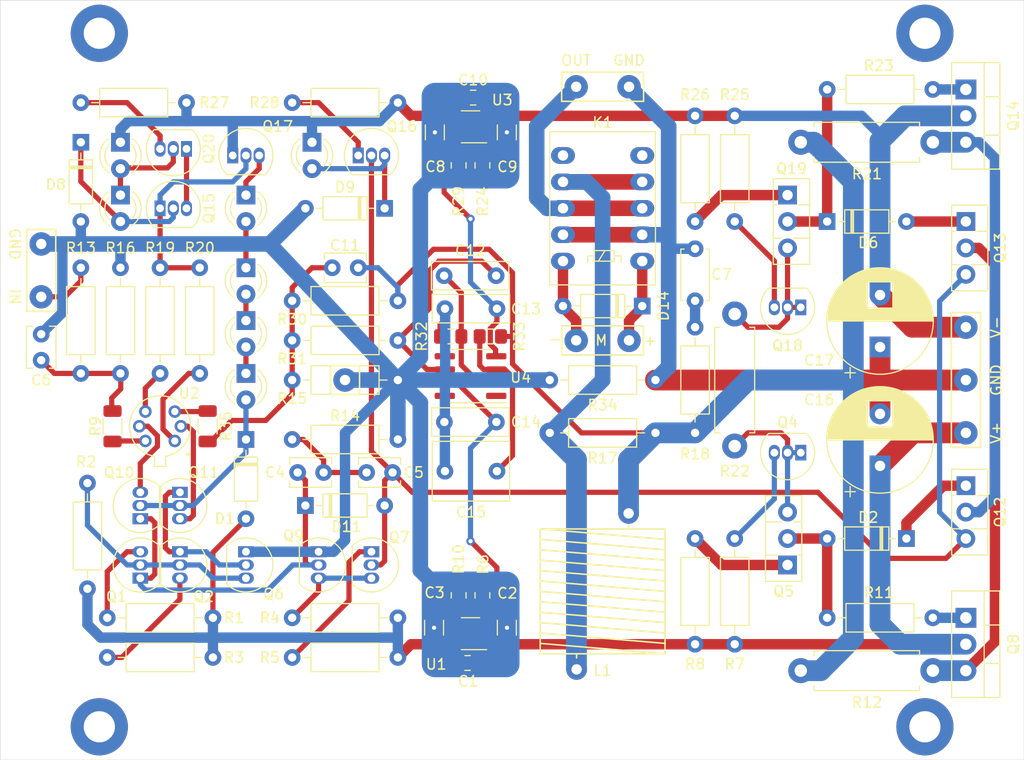
<source format=kicad_pcb>
(kicad_pcb (version 20241229) (generator "pcbnew") (generator_version "9.0")
  (layers (0 "F.Cu" signal) (2 "B.Cu" signal) (13 "F.Paste" user) (15 "B.Paste" user) (5 "F.SilkS" user "F.Silkscreen") (7 "B.SilkS" user "B.Silkscreen") (1 "F.Mask" user) (3 "B.Mask" user) (25 "Edge.Cuts" user))
  (net 0 "")
  (net 1 "GND")
  (net 2 "Net-(D1-Pad1)")
  (net 3 "Net-(D3-Pad1)")
  (net 4 "Net-(D4-Pad1)")
  (net 5 "Net-(D5-Pad1)")
  (net 6 "Net-(D6-Pad1)")
  (net 7 "Net-(Q1-Pad2)")
  (net 8 "Net-(Q11-Pad1)")
  (net 9 "Net-(Q4-Pad3)")
  (net 10 "Net-(Q5-Pad1)")
  (net 11 "Net-(Q7-Pad1)")
  (net 12 "Net-(Q7-Pad3)")
  (net 13 "Net-(Q8-Pad1)")
  (net 14 "Net-(Q10-Pad3)")
  (net 15 "Net-(D2-Pad1)")
  (net 16 "Net-(Q11-Pad3)")
  (net 17 "Net-(D2-Pad2)")
  (net 18 "Net-(Q15-Pad1)")
  (net 19 "Net-(Q18-Pad3)")
  (net 20 "Net-(Q20-Pad3)")
  (net 21 "Net-(C5-Pad1)")
  (net 22 "Net-(C1-Pad1)")
  (net 23 "Net-(C4-Pad1)")
  (net 24 "Net-(R19-Pad1)")
  (net 25 "Vreg+")
  (net 26 "Net-(C4-Pad2)")
  (net 27 "Net-(C6-Pad1)")
  (net 28 "Net-(C7-Pad1)")
  (net 29 "Vreg-")
  (net 30 "Net-(C10-Pad1)")
  (net 31 "Net-(C11-Pad2)")
  (net 32 "Net-(C11-Pad1)")
  (net 33 "Net-(C12-Pad2)")
  (net 34 "Net-(C12-Pad1)")
  (net 35 "Net-(C15-Pad1)")
  (net 36 "Net-(D6-Pad2)")
  (net 37 "Net-(D7-Pad1)")
  (net 38 "Net-(D10-Pad2)")
  (net 39 "Net-(D10-Pad1)")
  (net 40 "Net-(Q4-Pad1)")
  (net 41 "Net-(Q14-Pad1)")
  (net 42 "Net-(Q15-Pad3)")
  (net 43 "Net-(Q18-Pad1)")
  (net 44 "Net-(Q19-Pad1)")
  (net 45 "Net-(R10-Pad1)")
  (net 46 "Net-(R20-Pad1)")
  (net 47 "Net-(R24-Pad2)")
  (net 48 "Net-(U4-Pad5)")
  (net 49 "Net-(U4-Pad1)")
  (net 50 "Net-(Q13-Pad2)")
  (net 51 "Net-(Q12-Pad2)")
  (net 52 "Vin+")
  (net 53 "GNDREF")
  (net 54 "Vin-")
  (net 55 "Net-(J2-Pad1)")
  (net 56 "Net-(J3-Pad1)")
  (net 57 "Net-(K1-Pad4)")
  (net 58 "Net-(D14-Pad2)")
  (net 59 "Net-(D14-Pad1)")
  (net 60 "Net-(K1-Pad6)")
  (net 61 "Net-(K1-Pad5)")
  (net 62 "Net-(Q1-Pad3)")
  (net 63 "Net-(Q2-Pad3)")
  (net 64 "Net-(Q16-Pad1)")
  (net 65 "Net-(D13-Pad2)")
  (net 66 "Net-(R9-Pad1)")
  (net 67 "Net-(R35-Pad2)")
  (footprint "Resistor_SMD:R_0805_2012Metric_Pad1.15x1.40mm_HandSolder" (layer "F.Cu") (at 133.985 102.489 180)
    (property "Reference" "R33")
    (property "Value" "1M")
  )
  (footprint "Relay_THT:Relay_DPDT_Omron_G6H-2" (layer "F.Cu") (at 148.59 95.25 180)
    (property "Reference" "K1")
    (property "Value" "G6H-2")
  )
  (footprint "Resistor_THT:R_Axial_DIN0207_L6.3mm_D2.5mm_P10.16mm_Horizontal" (layer "F.Cu") (at 149.86 106.68 180)
    (property "Reference" "R34")
    (property "Value" "10R")
  )
  (footprint "Diode_THT:D_DO-35_SOD27_P7.62mm_Horizontal" (layer "F.Cu") (at 148.59 99.568 180)
    (property "Reference" "D14")
    (property "Value" "1N4148")
  )
  (footprint "HP_Footprints:2-pad-wire-connector-22-ga" (layer "F.Cu") (at 147.32 102.87 180)
    (property "Reference" "J4" (hide yes))
    (property "Value" "Mute")
  )
  (footprint "HP_Footprints:2-pad-wire-connector-22-ga" (layer "F.Cu") (at 142.24 78.486)
    (property "Reference" "J3" (hide yes))
    (property "Value" "Output")
  )
  (footprint "Capacitor_THT:C_Disc_D4.7mm_W2.5mm_P5.00mm" (layer "F.Cu") (at 153.67 99.06 90)
    (property "Reference" "C7")
    (property "Value" "0.01uF")
  )
  (footprint "Package_TO_SOT_THT:TO-92_Inline" (layer "F.Cu") (at 110.49 123.19 -90)
    (property "Reference" "Q6")
    (property "Value" "BC560C")
  )
  (footprint "Package_TO_SOT_THT:TO-126-3_Vertical" (layer "F.Cu") (at 162.56 124.46 90)
    (property "Reference" "Q5")
    (property "Value" "TTA004B")
  )
  (footprint "Package_TO_SOT_THT:TO-92_Inline" (layer "F.Cu") (at 163.83 113.665 180)
    (property "Reference" "Q4")
    (property "Value" "BC560C")
  )
  (footprint "Package_TO_SOT_THT:TO-92_Inline" (layer "F.Cu") (at 122.555 123.19 -90)
    (property "Reference" "Q7")
    (property "Value" "KSA992")
  )
  (footprint "Package_TO_SOT_THT:TO-92_Inline" (layer "F.Cu") (at 163.83 99.695 180)
    (property "Reference" "Q18")
    (property "Value" "BC550C")
  )
  (footprint "LED_THT:LED_D3.0mm" (layer "F.Cu") (at 110.49 88.9 -90)
    (property "Reference" "D7" (hide yes))
    (property "Value" "Green")
  )
  (footprint "Package_TO_SOT_THT:TO-92_Inline" (layer "F.Cu") (at 109.22 85.09)
    (property "Reference" "Q17")
    (property "Value" "BC560C")
  )
  (footprint "Resistor_THT:R_Axial_DIN0207_L6.3mm_D2.5mm_P10.16mm_Horizontal" (layer "F.Cu") (at 114.935 106.68)
    (property "Reference" "R15")
    (property "Value" "1K")
  )
  (footprint "Resistor_THT:R_Axial_DIN0207_L6.3mm_D2.5mm_P10.16mm_Horizontal" (layer "F.Cu") (at 98.425 106.045 90)
    (property "Reference" "R16")
    (property "Value" "332K")
  )
  (footprint "Resistor_THT:R_Axial_DIN0207_L6.3mm_D2.5mm_P10.16mm_Horizontal" (layer "F.Cu") (at 153.67 111.76 90)
    (property "Reference" "R18")
    (property "Value" "33R2")
  )
  (footprint "Resistor_THT:R_Axial_DIN0207_L6.3mm_D2.5mm_P10.16mm_Horizontal" (layer "F.Cu") (at 157.48 132.08 90)
    (property "Reference" "R7")
    (property "Value" "100R")
  )
  (footprint "Resistor_THT:R_Axial_DIN0207_L6.3mm_D2.5mm_P10.16mm_Horizontal" (layer "F.Cu") (at 125.095 133.35 180)
    (property "Reference" "R5")
    (property "Value" "47R")
  )
  (footprint "Resistor_THT:R_Axial_DIN0207_L6.3mm_D2.5mm_P10.16mm_Horizontal" (layer "F.Cu") (at 139.7 111.76)
    (property "Reference" "R17")
    (property "Value" "10R")
  )
  (footprint "Resistor_THT:R_Axial_DIN0207_L6.3mm_D2.5mm_P10.16mm_Horizontal" (layer "F.Cu") (at 102.235 106.045 90)
    (property "Reference" "R19")
    (property "Value" "100R")
  )
  (footprint "Resistor_THT:R_Axial_DIN0207_L6.3mm_D2.5mm_P10.16mm_Horizontal" (layer "F.Cu") (at 153.67 91.44 90)
    (property "Reference" "R26")
    (property "Value" "100R")
  )
  (footprint "Resistor_THT:R_Axial_DIN0207_L6.3mm_D2.5mm_P10.16mm_Horizontal" (layer "F.Cu") (at 157.48 91.44 90)
    (property "Reference" "R25")
    (property "Value" "100R")
  )
  (footprint "Resistor_THT:R_Axial_DIN0207_L6.3mm_D2.5mm_P10.16mm_Horizontal" (layer "F.Cu") (at 94.615 106.045 90)
    (property "Reference" "R13")
    (property "Value" "3.32K")
  )
  (footprint "Resistor_THT:R_Axial_DIN0207_L6.3mm_D2.5mm_P10.16mm_Horizontal" (layer "F.Cu") (at 153.67 132.08 90)
    (property "Reference" "R8")
    (property "Value" "100R")
  )
  (footprint "Package_TO_SOT_THT:TO-126-3_Vertical" (layer "F.Cu") (at 162.56 88.9 -90)
    (property "Reference" "Q19")
    (property "Value" "TTC004B")
  )
  (footprint "Capacitor_THT:C_Disc_D3.8mm_W2.6mm_P2.50mm" (layer "F.Cu") (at 90.805 104.775 90)
    (property "Reference" "C6")
    (property "Value" "56pF")
  )
  (footprint "Capacitor_THT:C_Disc_D3.8mm_W2.6mm_P2.50mm" (layer "F.Cu") (at 121.285 95.885 180)
    (property "Reference" "C11")
    (property "Value" "10pF")
  )
  (footprint "Resistor_THT:R_Axial_DIN0207_L6.3mm_D2.5mm_P10.16mm_Horizontal" (layer "F.Cu") (at 114.935 80.01)
    (property "Reference" "R28")
    (property "Value" "221R")
  )
  (footprint "Diode_THT:D_DO-35_SOD27_P7.62mm_Horizontal" (layer "F.Cu") (at 166.37 91.44)
    (property "Reference" "D6")
    (property "Value" "1N4148")
  )
  (footprint "LED_THT:LED_D3.0mm" (layer "F.Cu") (at 116.84 83.82 -90)
    (property "Reference" "D13" (hide yes))
    (property "Value" "Red")
  )
  (footprint "Resistor_THT:R_Axial_DIN0207_L6.3mm_D2.5mm_P10.16mm_Horizontal" (layer "F.Cu") (at 176.53 129.54 180)
    (property "Reference" "R11")
    (property "Value" "100R")
  )
  (footprint "Resistor_THT:R_Axial_DIN0207_L6.3mm_D2.5mm_P10.16mm_Horizontal" (layer "F.Cu") (at 176.53 78.74 180)
    (property "Reference" "R23")
    (property "Value" "100R")
  )
  (footprint "Package_TO_SOT_THT:TO-220-3_Vertical" (layer "F.Cu") (at 179.705 129.54 -90)
    (property "Reference" "Q8")
    (property "Value" "D44H11")
  )
  (footprint "Package_TO_SOT_THT:TO-126-3_Vertical" (layer "F.Cu") (at 179.705 91.44 -90)
    (property "Reference" "Q13")
    (property "Value" "TTC004B")
  )
  (footprint "Resistor_THT:R_Axial_DIN0207_L6.3mm_D2.5mm_P10.16mm_Horizontal" (layer "F.Cu") (at 106.045 106.045 90)
    (property "Reference" "R20")
    (property "Value" "100R")
  )
  (footprint "Resistor_THT:R_Axial_DIN0207_L6.3mm_D2.5mm_P10.16mm_Horizontal" (layer "F.Cu") (at 125.095 99.06 180)
    (property "Reference" "R30")
    (property "Value" "2K")
  )
  (footprint "Capacitor_THT:CP_Radial_D10.0mm_P5.00mm" (layer "F.Cu") (at 171.45 103.505 90)
    (property "Reference" "C17")
    (property "Value" "220uF")
  )
  (footprint "Package_TO_SOT_THT:TO-126-3_Vertical" (layer "F.Cu") (at 179.705 116.84 -90)
    (property "Reference" "Q12")
    (property "Value" "TTA004B")
  )
  (footprint "Resistor_THT:R_Axial_DIN0411_L9.9mm_D3.6mm_P12.70mm_Horizontal" (layer "F.Cu") (at 176.53 134.62 180)
    (property "Reference" "R12")
    (property "Value" "3R9 2W")
  )
  (footprint "HP_Footprints:3-pad-wire-connector-22-ga" (layer "F.Cu") (at 179.705 111.76 90)
    (property "Reference" "J1" (hide yes))
    (property "Value" "Power")
  )
  (footprint "Resistor_THT:R_Axial_DIN0411_L9.9mm_D3.6mm_P12.70mm_Horizontal" (layer "F.Cu") (at 163.83 83.82)
    (property "Reference" "R21")
    (property "Value" "3R9 2W")
  )
  (footprint "Resistor_THT:R_Axial_DIN0207_L6.3mm_D2.5mm_P10.16mm_Horizontal" (layer "F.Cu") (at 114.935 102.87)
    (property "Reference" "R31")
    (property "Value" "20K")
  )
  (footprint "Package_TO_SOT_THT:TO-92_Inline" (layer "F.Cu") (at 121.285 85.09)
    (property "Reference" "Q16")
    (property "Value" "KSC1845")
  )
  (footprint "Resistor_THT:R_Axial_DIN0411_L9.9mm_D3.6mm_P12.70mm_Horizontal" (layer "F.Cu") (at 157.48 113.03 90)
    (property "Reference" "R22")
    (property "Value" "3.3K 2W")
  )
  (footprint "HP_Footprints:HPA-Output-Coil" (layer "F.Cu") (at 144.78 127 90)
    (property "Reference" "L1")
    (property "Value" "1uH")
  )
  (footprint "Package_TO_SOT_THT:TO-92_Inline" (layer "F.Cu") (at 100.33 125.73 90)
    (property "Reference" "Q1")
    (property "Value" "BC560C")
  )
  (footprint "Package_TO_SOT_THT:TO-92_Inline" (layer "F.Cu") (at 104.14 123.19 -90)
    (property "Reference" "Q2")
    (property "Value" "BC560C")
  )
  (footprint "Resistor_THT:R_Axial_DIN0207_L6.3mm_D2.5mm_P10.16mm_Horizontal" (layer "F.Cu") (at 95.25 126.746 90)
    (property "Reference" "R2")
    (property "Value" "2.2K")
  )
  (footprint "Resistor_THT:R_Axial_DIN0207_L6.3mm_D2.5mm_P10.16mm_Horizontal" (layer "F.Cu") (at 107.315 129.54 180)
    (property "Reference" "R1")
    (property "Value" "221R")
  )
  (footprint "Resistor_THT:R_Axial_DIN0207_L6.3mm_D2.5mm_P10.16mm_Horizontal" (layer "F.Cu") (at 107.315 133.35 180)
    (property "Reference" "R3")
    (property "Value" "221R")
  )
  (footprint "Diode_THT:D_DO-35_SOD27_P7.62mm_Horizontal" (layer "F.Cu") (at 94.615 83.82 -90)
    (property "Reference" "D8")
    (property "Value" "4.5mA")
  )
  (footprint "Resistor_THT:R_Axial_DIN0207_L6.3mm_D2.5mm_P10.16mm_Horizontal" (layer "F.Cu") (at 94.615 80.01)
    (property "Reference" "R27")
    (property "Value" "221R")
  )
  (footprint "LED_THT:LED_D3.0mm" (layer "F.Cu") (at 110.49 100.965 -90)
    (property "Reference" "D4" (hide yes))
    (property "Value" "Green")
  )
  (footprint "LED_THT:LED_D3.0mm" (layer "F.Cu") (at 110.49 106.045 -90)
    (property "Reference" "D3" (hide yes))
    (property "Value" "Green")
  )
  (footprint "Package_TO_SOT_THT:TO-92_Inline" (layer "F.Cu") (at 100.33 120.015 90)
    (property "Reference" "Q10")
    (property "Value" "BC549C")
  )
  (footprint "Diode_THT:D_DO-35_SOD27_P7.62mm_Horizontal" (layer "F.Cu") (at 110.49 112.395 -90)
    (property "Reference" "D1")
    (property "Value" "4.5mA")
  )
  (footprint "Diode_THT:D_DO-35_SOD27_P7.62mm_Horizontal" (layer "F.Cu") (at 123.825 90.17 180)
    (property "Reference" "D9")
    (property "Value" "4.5mA")
  )
  (footprint "Resistor_THT:R_Axial_DIN0207_L6.3mm_D2.5mm_P10.16mm_Horizontal" (layer "F.Cu") (at 125.095 129.54 180)
    (property "Reference" "R4")
    (property "Value" "2.2K")
  )
  (footprint "Resistor_THT:R_Axial_DIN0207_L6.3mm_D2.5mm_P10.16mm_Horizontal" (layer "F.Cu") (at 114.935 112.395)
    (property "Reference" "R14")
    (property "Value" "332R")
  )
  (footprint "Package_TO_SOT_THT:TO-92_Inline" (layer "F.Cu") (at 117.475 123.19 -90)
    (property "Reference" "Q9")
    (property "Value" "BC560C")
  )
  (footprint "Resistor_SMD:R_0805_2012Metric_Pad1.15x1.40mm_HandSolder" (layer "F.Cu") (at 130.175 102.489)
    (property "Reference" "R32")
    (property "Value" "1M")
  )
  (footprint "Capacitor_THT:C_Rect_L7.2mm_W2.5mm_P5.00mm_FKS2_FKP2_MKS2_MKP2" (layer "F.Cu") (at 129.54 96.647)
    (property "Reference" "C12")
    (property "Value" "150nF")
  )
  (footprint "Resistor_SMD:R_1206_3216Metric" (layer "F.Cu") (at 97.663 111.125 90)
    (property "Reference" "R9")
    (property "Value" "47R")
  )
  (footprint "HP_Footprints:1-pad-wire-connector-22-ga" (layer "F.Cu") (at 120.015 106.68)
    (property "Reference" "J5" (hide yes))
    (property "Value" "Conn_01x01_Male")
  )
  (footprint "Resistor_SMD:R_1206_3216Metric" (layer "F.Cu") (at 106.807 111.125 90)
    (property "Reference" "R35")
    (property "Value" "47R")
  )
  (footprint "HP_Footprints:2-pad-wire-connector-22-ga" (layer "F.Cu") (at 90.805 98.679 90)
    (property "Reference" "J2" (hide yes))
    (property "Value" "Input")
  )
  (footprint "Package_TO_SOT_THT:TO-92_Inline" (layer "F.Cu") (at 102.235 90.17)
    (property "Reference" "Q15")
    (property "Value" "BC549C")
  )
  (footprint "Capacitor_SMD:C_0805_2012Metric_Pad1.15x1.40mm_HandSolder" (layer "F.Cu") (at 132.334 79.5274 180)
    (property "Reference" "C10")
    (property "Value" "10nF")
  )
  (footprint "Resistor_SMD:R_0805_2012Metric_Pad1.15x1.40mm_HandSolder" (layer "F.Cu") (at 133.223 86.0425 90)
    (property "Reference" "R24")
    (property "Value" "2.21K")
  )
  (footprint "Resistor_SMD:R_0805_2012Metric_Pad1.15x1.40mm_HandSolder" (layer "F.Cu") (at 130.937 86.0425 90)
    (property "Reference" "R29")
    (property "Value" "24.9K")
  )
  (footprint "Package_TO_SOT_SMD:TSOT-23-5" (layer "F.Cu") (at 132.08 82.3595 180)
    (property "Reference" "U3")
    (property "Value" "LT1964-BYP")
  )
  (footprint "Capacitor_SMD:C_1206_3216Metric_Pad1.33x1.80mm_HandSolder" (layer "F.Cu") (at 128.651 82.8675 90)
    (property "Reference" "C8")
    (property "Value" "10uF")
  )
  (footprint "LED_THT:LED_D3.0mm" (layer "F.Cu") (at 98.425 88.9 -90)
    (property "Reference" "D10" (hide yes))
    (property "Value" "Red")
  )
  (footprint "LED_THT:LED_D3.0mm" (layer "F.Cu") (at 98.425 83.82 -90)
    (property "Reference" "D12" (hide yes))
    (property "Value" "Red")
  )
  (footprint "Package_SO:SOIC-8_3.9x4.9mm_P1.27mm" (layer "F.Cu") (at 132.08 106.299 180)
    (property "Reference" "U4")
    (property "Value" "ADA4627-1")
  )
  (footprint "Capacitor_SMD:C_1206_3216Metric_Pad1.33x1.80mm_HandSolder" (layer "F.Cu") (at 135.5725 82.8675 -90)
    (property "Reference" "C9")
    (property "Value" "1uF")
  )
  (footprint "HP_Footprints:TO-71-6" (layer "F.Cu") (at 102.235 111.125 135)
    (property "Reference" "U2")
    (property "Value" "2N5564")
  )
  (footprint "Package_TO_SOT_THT:TO-92_Inline" (layer "F.Cu") (at 104.775 84.455 180)
    (property "Reference" "Q20")
    (property "Value" "BC549C")
  )
  (footprint "Package_TO_SOT_THT:TO-92_Inline" (layer "F.Cu") (at 104.14 117.475 -90)
    (property "Reference" "Q11")
    (property "Value" "BC549C")
  )
  (footprint "Capacitor_SMD:C_1206_3216Metric_Pad1.33x1.80mm_HandSolder" (layer "F.Cu") (at 135.5725 130.4925 90)
    (property "Reference" "C2")
    (property "Value" "1uF")
  )
  (footprint "Resistor_SMD:R_0805_2012Metric_Pad1.15x1.40mm_HandSolder" (layer "F.Cu") (at 133.223 127.381 90)
    (property "Reference" "R6")
    (property "Value" "24.9K")
  )
  (footprint "Capacitor_SMD:C_0805_2012Metric_Pad1.15x1.40mm_HandSolder" (layer "F.Cu") (at 131.8006 133.8834 180)
    (property "Reference" "C1")
    (property "Value" "10nF")
  )
  (footprint "Resistor_SMD:R_0805_2012Metric_Pad1.15x1.40mm_HandSolder" (layer "F.Cu") (at 130.937 127.381 90)
    (property "Reference" "R10")
    (property "Value" "2.21K")
  )
  (footprint "Package_TO_SOT_SMD:TSOT-23-5" (layer "F.Cu") (at 132.08 131.0894 180)
    (property "Reference" "U1")
    (property "Value" "LT1761-BYP")
  )
  (footprint "Capacitor_SMD:C_1206_3216Metric_Pad1.33x1.80mm_HandSolder" (layer "F.Cu") (at 128.5748 130.4925 90)
    (property "Reference" "C3")
    (property "Value" "10uF")
  )
  (footprint "Capacitor_THT:C_Disc_D3.8mm_W2.6mm_P2.50mm" (layer "F.Cu") (at 124.587 115.57 180)
    (property "Reference" "C5")
    (property "Value" "82pF")
  )
  (footprint "Diode_THT:D_DO-35_SOD27_P7.62mm_Horizontal" (layer "F.Cu") (at 116.205 118.745)
    (property "Reference" "D11")
    (property "Value" "BAV21")
  )
  (footprint "LED_THT:LED_D3.0mm" (layer "F.Cu") (at 110.49 95.885 -90)
    (property "Reference" "D5" (hide yes))
    (property "Value" "Green")
  )
  (footprint "Capacitor_THT:C_Disc_D3.8mm_W2.6mm_P2.50mm" (layer "F.Cu") (at 117.9576 115.57 180)
    (property "Reference" "C4")
    (property "Value" "820pF")
  )
  (footprint "Diode_THT:D_DO-35_SOD27_P7.62mm_Horizontal" (layer "F.Cu") (at 173.99 121.92 180)
    (property "Reference" "D2")
    (property "Value" "1N4148")
  )
  (footprint "Package_TO_SOT_THT:TO-220-3_Vertical" (layer "F.Cu") (at 179.705 78.74 -90)
    (property "Reference" "Q14")
    (property "Value" "D45H11")
  )
  (footprint "Capacitor_THT:CP_Radial_D10.0mm_P5.00mm" (layer "F.Cu") (at 171.45 114.935 90)
    (property "Reference" "C16")
    (property "Value" "220uF")
  )
  (footprint "Capacitor_THT:C_Rect_L7.2mm_W2.5mm_P5.00mm_FKS2_FKP2_MKS2_MKP2" (layer "F.Cu") (at 134.62 99.822 180)
    (property "Reference" "C13")
    (property "Value" "150nF")
  )
  (footprint "Capacitor_THT:C_Rect_L7.2mm_W2.5mm_P5.00mm_FKS2_FKP2_MKS2_MKP2" (layer "F.Cu") (at 129.5654 110.7186)
    (property "Reference" "C14")
    (property "Value" "150nF")
  )
  (footprint "Capacitor_THT:C_Rect_L7.2mm_W5.5mm_P5.00mm_FKS2_FKP2_MKS2_MKP2" (layer "F.Cu") (at 134.62 115.443 180)
    (property "Reference" "C15")
    (property "Value" "1uF")
  )
  (gr_line (start 185.293 143.1925) (end 185.293 70.1675) (stroke (width 0.05)) (layer "Edge.Cuts"))
  (gr_line (start 185.293 70.1675) (end 86.868 70.1675) (stroke (width 0.05)) (layer "Edge.Cuts"))
  (gr_line (start 86.868 70.1675) (end 86.868 143.1925) (stroke (width 0.05)) (layer "Edge.Cuts"))
  (gr_line (start 86.868 143.1925) (end 185.293 143.1925) (stroke (width 0.05)) (layer "Edge.Cuts"))
  (gr_text "V+" (at 182.626 111.76 90) (layer "F.SilkS") (effects (font (size 1 1))))
  (gr_text "IN" (at 88.265 98.679 270) (layer "F.SilkS") (effects (font (size 1 1))))
  (gr_text "GND" (at 182.626 106.68 90) (layer "F.SilkS") (effects (font (size 1 1))))
  (gr_text "V-" (at 182.626 101.6 90) (layer "F.SilkS") (effects (font (size 1 1))))
  (gr_text "GND" (at 88.265 93.599 270) (layer "F.SilkS") (effects (font (size 1 1))))
  (gr_text "+" (at 149.352 102.87 0) (layer "F.SilkS") (effects (font (size 1 1))))
  (gr_text "-" (at 140.208 102.87 180) (layer "F.SilkS") (effects (font (size 1 1))))
  (gr_text "OUT" (at 142.24 75.946 0) (layer "F.SilkS") (effects (font (size 1 1))))
  (gr_text "GND" (at 147.32 75.946 0) (layer "F.SilkS") (effects (font (size 1 1))))
  (gr_text "M" (at 144.653 102.87 0) (layer "F.SilkS") (effects (font (size 1 1))))
  (via (at 96.393 140.0175) (size 5.5) (drill 3) (layers "F.Cu" "B.Cu") (net 0))
  (via (at 96.393 73.3425) (size 5.5) (drill 3) (layers "F.Cu" "B.Cu") (net 0))
  (via (at 175.768 140.0175) (size 5.5) (drill 3) (layers "F.Cu" "B.Cu") (net 0))
  (via (at 175.768 73.3425) (size 5.5) (drill 3) (layers "F.Cu" "B.Cu") (net 0))
  (segment (start 128.5748 127.6858) (end 128.5748 128.9304) (width 0.5) (layer "F.Cu") (net 1))
  (segment (start 128.5748 130.4925) (end 128.5748 128.9304) (width 1) (layer "F.Cu") (net 1))
  (segment (start 130.937 126.356) (end 129.9046 126.356) (width 0.5) (layer "F.Cu") (net 1))
  (segment (start 129.9046 126.356) (end 128.5748 127.6858) (width 0.5) (layer "F.Cu") (net 1))
  (segment (start 135.5852 82.8675) (end 135.5852 84.3788) (width 1) (layer "F.Cu") (net 1))
  (segment (start 134.2517 131.0894) (end 134.8613 130.4798) (width 0.5) (layer "F.Cu") (net 1))
  (segment (start 134.305 83.3095) (end 134.747 82.8675) (width 0.5) (layer "F.Cu") (net 1))
  (segment (start 134.8613 130.4798) (end 135.5852 130.4798) (width 0.5) (layer "F.Cu") (net 1))
  (segment (start 135.5852 130.4544) (end 135.5852 128.9812) (width 1) (layer "F.Cu") (net 1))
  (segment (start 128.651 84.3665) (end 128.651 82.8675) (width 1) (layer "F.Cu") (net 1))
  (segment (start 129.15 102.489) (end 129.15 101.355) (width 0.5) (layer "F.Cu") (net 1))
  (segment (start 133.223 87.0675) (end 134.3951 87.0675) (width 0.5) (layer "F.Cu") (net 1))
  (segment (start 135.5852 85.8774) (end 135.5852 84.4804) (width 0.5) (layer "F.Cu") (net 1))
  (segment (start 129.6162 100.8888) (end 129.6162 99.822) (width 0.5) (layer "F.Cu") (net 1))
  (segment (start 134.3951 87.0675) (end 135.5852 85.8774) (width 0.5) (layer "F.Cu") (net 1))
  (segment (start 133.39 83.3095) (end 134.305 83.3095) (width 0.5) (layer "F.Cu") (net 1))
  (segment (start 133.4262 131.0894) (end 134.2517 131.0894) (width 0.5) (layer "F.Cu") (net 1))
  (segment (start 134.747 82.8675) (end 135.5725 82.8675) (width 0.5) (layer "F.Cu") (net 1))
  (segment (start 129.15 101.355) (end 129.6162 100.8888) (width 0.5) (layer "F.Cu") (net 1))
  (via (at 135.5725 82.8675) (size 0.8) (drill 0.4) (layers "F.Cu" "B.Cu") (net 1))
  (via (at 128.5748 130.4925) (size 0.8) (drill 0.4) (layers "F.Cu" "B.Cu") (net 1))
  (via (at 135.5852 130.4925) (size 0.8) (drill 0.4) (layers "F.Cu" "B.Cu") (net 1))
  (via (at 128.651 82.8675) (size 0.8) (drill 0.4) (layers "F.Cu" "B.Cu") (net 1))
  (segment (start 129.6162 110.8964) (end 129.6162 115.5954) (width 1) (layer "B.Cu") (net 1))
  (segment (start 127.254 88.3666) (end 127.254 104.521) (width 1.5) (layer "B.Cu") (net 1))
  (segment (start 125.095 106.68) (end 139.7 106.68) (width 1.5) (layer "B.Cu") (net 1))
  (segment (start 118.90375 123.19) (end 117.475 123.19) (width 1) (layer "B.Cu") (net 1))
  (segment (start 127.254 124.968) (end 128.397 126.111) (width 1.5) (layer "B.Cu") (net 1))
  (segment (start 94.615 91.44) (end 94.615 93.472) (width 1) (layer "B.Cu") (net 1))
  (segment (start 90.805 102.235) (end 92.837 100.203) (width 1) (layer "B.Cu") (net 1))
  (segment (start 120.015 111.76) (end 120.015 122.07875) (width 1) (layer "B.Cu") (net 1))
  (segment (start 129.6416 99.822) (end 129.6416 106.6762) (width 1) (layer "B.Cu") (net 1))
  (segment (start 127.254 104.521) (end 125.095 106.68) (width 1.5) (layer "B.Cu") (net 1))
  (segment (start 125.095 106.68) (end 120.015 111.76) (width 1) (layer "B.Cu") (net 1))
  (segment (start 112.776 93.599) (end 116.205 90.17) (width 1.5) (layer "B.Cu") (net 1))
  (segment (start 128.6256 86.995) (end 127.254 88.3666) (width 1.5) (layer "B.Cu") (net 1))
  (segment (start 127.254 108.839) (end 127.254 124.968) (width 1.5) (layer "B.Cu") (net 1))
  (segment (start 92.837 100.203) (end 92.837 93.472) (width 1) (layer "B.Cu") (net 1))
  (segment (start 117.475 123.19) (end 110.49 123.19) (width 1) (layer "B.Cu") (net 1))
  (segment (start 90.805 93.599) (end 112.776 93.599) (width 1.5) (layer "B.Cu") (net 1))
  (segment (start 125.095 106.68) (end 127.254 108.839) (width 1.5) (layer "B.Cu") (net 1))
  (segment (start 129.6162 110.871) (end 129.6162 106.8832) (width 1) (layer "B.Cu") (net 1))
  (segment (start 125.095 106.68) (end 112.8014 93.6498) (width 1.5) (layer "B.Cu") (net 1))
  (segment (start 120.015 106.68) (end 124.968 106.68) (width 1.5) (layer "B.Cu") (net 1))
  (segment (start 120.015 122.07875) (end 118.90375 123.19) (width 1) (layer "B.Cu") (net 1))
  (segment (start 98.425 95.885) (end 98.425 93.98) (width 1) (layer "B.Cu") (net 1))
  (segment (start 125.095 112.395) (end 125.095 106.68) (width 1.5) (layer "B.Cu") (net 1))
  (segment (start 104.013 118.745) (end 100.3554 118.745) (width 0.5) (layer "B.Cu") (net 2))
  (segment (start 110.49 108.585) (end 110.49 112.395) (width 0.5) (layer "B.Cu") (net 2))
  (segment (start 110.49 113.665) (end 110.49 112.395) (width 0.5) (layer "B.Cu") (net 2))
  (segment (start 105.41 118.745) (end 110.49 113.665) (width 0.5) (layer "B.Cu") (net 2))
  (segment (start 104.14 118.745) (end 105.41 118.745) (width 0.5) (layer "B.Cu") (net 2))
  (segment (start 110.49 103.505) (end 110.49 106.045) (width 0.5) (layer "F.Cu") (net 3))
  (segment (start 110.49 98.552) (end 110.49 100.965) (width 0.5) (layer "F.Cu") (net 4))
  (segment (start 110.49 91.44) (end 110.49 95.885) (width 0.5) (layer "F.Cu") (net 5))
  (segment (start 166.37 91.44) (end 166.37 78.74) (width 1) (layer "F.Cu") (net 6))
  (segment (start 162.56 91.44) (end 166.37 91.44) (width 1) (layer "F.Cu") (net 6))
  (segment (start 100.33 124.46) (end 104.14 124.46) (width 0.5) (layer "B.Cu") (net 7))
  (segment (start 99.06 124.46) (end 100.33 124.46) (width 0.5) (layer "B.Cu") (net 7))
  (segment (start 95.25 116.586) (end 95.25 120.65) (width 0.5) (layer "B.Cu") (net 7))
  (segment (start 106.045 124.46) (end 107.315 125.73) (width 0.5) (layer "B.Cu") (net 7))
  (segment (start 107.315 125.73) (end 110.49 125.73) (width 0.5) (layer "B.Cu") (net 7))
  (segment (start 95.25 120.65) (end 99.06 124.46) (width 0.5) (layer "B.Cu") (net 7))
  (segment (start 104.14 124.46) (end 106.045 124.46) (width 0.5) (layer "B.Cu") (net 7))
  (segment (start 103.124 117.475) (end 104.14 117.475) (width 0.5) (layer "F.Cu") (net 8))
  (segment (start 104.14 123.19) (end 103.124 123.19) (width 0.5) (layer "F.Cu") (net 8))
  (segment (start 102.743 117.856) (end 102.743 122.809) (width 0.5) (layer "F.Cu") (net 8))
  (segment (start 102.743 122.809) (end 103.124 123.19) (width 0.5) (layer "F.Cu") (net 8))
  (segment (start 102.743 117.856) (end 103.124 117.475) (width 0.5) (layer "F.Cu") (net 8))
  (segment (start 106.68 123.19) (end 107.95 124.46) (width 0.5) (layer "B.Cu") (net 8))
  (segment (start 104.14 123.19) (end 106.68 123.19) (width 0.5) (layer "B.Cu") (net 8))
  (segment (start 107.95 124.46) (end 110.49 124.46) (width 0.5) (layer "B.Cu") (net 8))
  (segment (start 161.29 118.11) (end 161.29 113.665) (width 0.5) (layer "B.Cu") (net 9))
  (segment (start 157.48 121.92) (end 161.29 118.11) (width 0.5) (layer "B.Cu") (net 9))
  (segment (start 156.214762 124.46) (end 153.677937 121.923175) (width 1) (layer "F.Cu") (net 10))
  (segment (start 162.56 124.46) (end 156.214762 124.46) (width 1) (layer "F.Cu") (net 10))
  (segment (start 120.396 127.889) (end 114.935 133.35) (width 0.5) (layer "F.Cu") (net 11))
  (segment (start 121.412 123.19) (end 120.396 124.206) (width 0.5) (layer "F.Cu") (net 11))
  (segment (start 122.555 123.19) (end 121.412 123.19) (width 0.5) (layer "F.Cu") (net 11))
  (segment (start 120.396 124.206) (end 120.396 127.889) (width 0.5) (layer "F.Cu") (net 11))
  (segment (start 117.475 127) (end 117.475 125.73) (width 0.5) (layer "F.Cu") (net 12))
  (segment (start 114.935 129.54) (end 117.475 127) (width 0.5) (layer "F.Cu") (net 12))
  (segment (start 117.475 125.73) (end 122.555 125.73) (width 0.5) (layer "B.Cu") (net 12))
  (segment (start 176.53 129.54) (end 179.705 129.54) (width 1) (layer "B.Cu") (net 13))
  (segment (start 101.981 113.0554) (end 100.33 114.7064) (width 0.5) (layer "F.Cu") (net 14))
  (segment (start 101.0666 111.125) (end 101.981 112.0394) (width 0.5) (layer "F.Cu") (net 14))
  (segment (start 100.235005 111.125) (end 101.0666 111.125) (width 0.5) (layer "F.Cu") (net 14))
  (segment (start 101.981 112.0394) (end 101.981 113.0554) (width 0.5) (layer "F.Cu") (net 14))
  (segment (start 100.33 114.7064) (end 100.33 117.475) (width 0.5) (layer "F.Cu") (net 14))
  (segment (start 173.99 120.396) (end 177.546 116.84) (width 1) (layer "F.Cu") (net 15))
  (segment (start 177.546 116.84) (end 179.578 116.84) (width 1) (layer "F.Cu") (net 15))
  (segment (start 173.99 121.92) (end 173.99 120.396) (width 1) (layer "F.Cu") (net 15))
  (segment (start 104.902 111.125) (end 105.4354 111.6584) (width 0.5) (layer "F.Cu") (net 16))
  (segment (start 104.267 111.125) (end 104.902 111.125) (width 0.5) (layer "F.Cu") (net 16))
  (segment (start 105.1052 120.015) (end 104.14 120.015) (width 0.5) (layer "F.Cu") (net 16))
  (segment (start 105.4354 111.6584) (end 105.4354 119.6848) (width 0.5) (layer "F.Cu") (net 16))
  (segment (start 105.4354 119.6848) (end 105.1052 120.015) (width 0.5) (layer "F.Cu") (net 16))
  (segment (start 166.37 121.92) (end 162.56 121.92) (width 1) (layer "F.Cu") (net 17))
  (segment (start 166.37 121.92) (end 166.37 129.54) (width 1) (layer "F.Cu") (net 17))
  (segment (start 102.235 95.885) (end 102.235 90.17) (width 0.5) (layer "F.Cu") (net 18))
  (segment (start 102.235 95.885) (end 106.045 95.885) (width 0.5) (layer "F.Cu") (net 18))
  (segment (start 109.22 87.63) (end 110.49 86.36) (width 0.5) (layer "B.Cu") (net 18))
  (segment (start 110.49 86.36) (end 110.49 85.09) (width 0.5) (layer "B.Cu") (net 18))
  (segment (start 102.235 90.17) (end 102.235 88.9) (width 0.5) (layer "B.Cu") (net 18))
  (segment (start 103.505 87.63) (end 109.22 87.63) (width 0.5) (layer "B.Cu") (net 18))
  (segment (start 102.235 88.9) (end 103.505 87.63) (width 0.5) (layer "B.Cu") (net 18))
  (segment (start 161.29 99.695) (end 161.29 95.24365) (width 0.5) (layer "F.Cu") (net 19))
  (segment (start 161.29 95.24365) (end 157.48635 91.44) (width 0.5) (layer "F.Cu") (net 19))
  (segment (start 99.06 80.01) (end 94.615 80.01) (width 0.5) (layer "F.Cu") (net 20))
  (segment (start 102.235 83.185) (end 99.06 80.01) (width 0.5) (layer "F.Cu") (net 20))
  (segment (start 102.235 84.455) (end 102.235 83.185) (width 0.5) (layer "F.Cu") (net 20))
  (segment (start 179.705 121.92) (end 177.8 123.825) (width 0.5) (layer "F.Cu") (net 21))
  (segment (start 123.825 118.745) (end 123.825 116.332) (width 0.5) (layer "F.Cu") (net 21))
  (segment (start 171.831 123.825) (end 165.481 117.475) (width 0.5) (layer "F.Cu") (net 21))
  (segment (start 165.481 117.475) (end 126.492 117.475) (width 0.5) (layer "F.Cu") (net 21))
  (segment (start 122.555 124.46) (end 123.444 124.46) (width 0.5) (layer "F.Cu") (net 21))
  (segment (start 122.555 113.538) (end 122.555 85.09) (width 0.5) (layer "F.Cu") (net 21))
  (segment (start 126.492 117.475) (end 124.587 115.57) (width 0.5) (layer "F.Cu") (net 21))
  (segment (start 123.825 116.332) (end 124.587 115.57) (width 0.5) (layer "F.Cu") (net 21))
  (segment (start 124.587 115.57) (end 122.555 113.538) (width 0.5) (layer "F.Cu") (net 21))
  (segment (start 177.8 123.825) (end 171.831 123.825) (width 0.5) (layer "F.Cu") (net 21))
  (segment (start 123.825 124.079) (end 123.825 118.745) (width 0.5) (layer "F.Cu") (net 21))
  (segment (start 123.444 124.46) (end 123.825 124.079) (width 0.5) (layer "F.Cu") (net 21))
  (segment (start 177.1777 99.0981) (end 179.7304 96.5454) (width 0.5) (layer "B.Cu") (net 21))
  (segment (start 177.1777 119.3927) (end 177.1777 99.0981) (width 0.5) (layer "B.Cu") (net 21))
  (segment (start 179.705 121.92) (end 177.1777 119.3927) (width 0.5) (layer "B.Cu") (net 21))
  (segment (start 132.207 133.1722) (end 132.7404 133.7056) (width 0.25) (layer "F.Cu") (net 22))
  (segment (start 132.6236 130.1394) (end 132.207 130.556) (width 0.25) (layer "F.Cu") (net 22))
  (segment (start 133.39 130.1394) (end 132.6236 130.1394) (width 0.25) (layer "F.Cu") (net 22))
  (segment (start 132.207 130.556) (end 132.207 133.1722) (width 0.25) (layer "F.Cu") (net 22))
  (segment (start 117.9576 114.3508) (end 117.9576 115.57) (width 0.5) (layer "F.Cu") (net 23))
  (segment (start 114.935 112.395) (end 116.0018 112.395) (width 0.5) (layer "F.Cu") (net 23))
  (segment (start 117.9576 115.57) (end 122.0724 115.57) (width 0.5) (layer "F.Cu") (net 23))
  (segment (start 116.0018 112.395) (end 117.9576 114.3508) (width 0.5) (layer "F.Cu") (net 23))
  (segment (start 100.8126 109.7026) (end 100.8126 107.4674) (width 0.5) (layer "F.Cu") (net 24))
  (segment (start 100.8126 107.4674) (end 102.235 106.045) (width 0.5) (layer "F.Cu") (net 24))
  (segment (start 133.3828 128.3642) (end 134.62 127.127) (width 0.5) (layer "F.Cu") (net 25))
  (segment (start 130.7756 133.8834) (end 130.7756 132.089) (width 0.25) (layer "F.Cu") (net 25))
  (segment (start 130.77 132.0546) (end 128.5773 132.0546) (width 0.5) (layer "F.Cu") (net 25))
  (segment (start 107.315 123.2916) (end 107.315 129.54) (width 0.5) (layer "F.Cu") (net 25))
  (segment (start 131.1148 131.9784) (end 131.7244 131.3688) (width 0.25) (layer "F.Cu") (net 25))
  (segment (start 130.7808 106.934) (end 129.6162 106.934) (width 0.5) (layer "F.Cu") (net 25))
  (segment (start 131.7244 131.3688) (end 131.7244 129.7813) (width 0.25) (layer "F.Cu") (net 25))
  (segment (start 110.49 120.0785) (end 107.315 123.2535) (width 0.5) (layer "F.Cu") (net 25))
  (segment (start 134.62 127.127) (end 134.62 124.714) (width 0.5) (layer "F.Cu") (net 25))
  (segment (start 131.7244 129.7813) (end 133.0706 128.4351) (width 0.25) (layer "F.Cu") (net 25))
  (segment (start 134.62 124.714) (end 132.08 122.174) (width 0.5) (layer "F.Cu") (net 25))
  (segment (start 125.095 133.35) (end 126.365 132.08) (width 1) (layer "F.Cu") (net 25))
  (segment (start 126.365 132.08) (end 128.524 132.08) (width 1) (layer "F.Cu") (net 25))
  (segment (start 134.5654 110.7186) (end 130.7808 106.934) (width 0.5) (layer "F.Cu") (net 25))
  (via (at 132.08 122.174) (size 0.8) (drill 0.4) (layers "F.Cu" "B.Cu") (net 25))
  (segment (start 125.095 133.35) (end 125.095 129.54) (width 1) (layer "B.Cu") (net 25))
  (segment (start 95.25 130.175) (end 96.52 131.445) (width 1) (layer "B.Cu") (net 25))
  (segment (start 134.5438 110.7694) (end 132.08 113.2332) (width 0.5) (layer "B.Cu") (net 25))
  (segment (start 96.52 131.445) (end 125.095 131.445) (width 1) (layer "B.Cu") (net 25))
  (segment (start 107.315 129.54) (end 107.315 133.35) (width 1) (layer "B.Cu") (net 25))
  (segment (start 132.08 113.2332) (end 132.08 122.174) (width 0.5) (layer "B.Cu") (net 25))
  (segment (start 95.25 126.746) (end 95.25 130.175) (width 1) (layer "B.Cu") (net 25))
  (segment (start 116.459 124.46) (end 117.475 124.46) (width 0.5) (layer "F.Cu") (net 26))
  (segment (start 116.205 118.745) (end 116.205 124.206) (width 0.5) (layer "F.Cu") (net 26))
  (segment (start 101.346 120.015) (end 100.33 120.015) (width 0.5) (layer "F.Cu") (net 26))
  (segment (start 116.205 124.206) (end 116.459 124.46) (width 0.5) (layer "F.Cu") (net 26))
  (segment (start 101.727 120.396) (end 101.346 120.015) (width 0.5) (layer "F.Cu") (net 26))
  (segment (start 100.33 125.73) (end 101.346 125.73) (width 0.5) (layer "F.Cu") (net 26))
  (segment (start 101.727 125.349) (end 101.727 120.396) (width 0.5) (layer "F.Cu") (net 26))
  (segment (start 101.346 125.73) (end 101.727 125.349) (width 0.5) (layer "F.Cu") (net 26))
  (segment (start 115.4684 115.5827) (end 116.205 116.3193) (width 0.5) (layer "F.Cu") (net 26))
  (segment (start 116.205 116.3193) (end 116.205 118.745) (width 0.5) (layer "F.Cu") (net 26))
  (segment (start 100.33 126.365) (end 100.33 125.73) (width 0.5) (layer "B.Cu") (net 26))
  (segment (start 112.5855 126.873) (end 100.838 126.873) (width 0.5) (layer "B.Cu") (net 26))
  (segment (start 117.475 124.46) (end 114.9985 124.46) (width 0.5) (layer "B.Cu") (net 26))
  (segment (start 100.838 126.873) (end 100.33 126.365) (width 0.5) (layer "B.Cu") (net 26))
  (segment (start 114.9985 124.46) (end 112.5855 126.873) (width 0.5) (layer "B.Cu") (net 26))
  (segment (start 98.4504 106.045) (end 98.4504 107.5436) (width 0.5) (layer "F.Cu") (net 27))
  (segment (start 97.5868 108.4072) (end 97.5868 109.6518) (width 0.5) (layer "F.Cu") (net 27))
  (segment (start 98.4504 107.5436) (end 97.5868 108.4072) (width 0.5) (layer "F.Cu") (net 27))
  (segment (start 92.075 106.045) (end 94.615 106.045) (width 0.5) (layer "F.Cu") (net 27))
  (segment (start 90.805 104.775) (end 92.075 106.045) (width 0.5) (layer "F.Cu") (net 27))
  (segment (start 98.425 106.045) (end 94.615 106.045) (width 0.5) (layer "F.Cu") (net 27))
  (segment (start 153.67 101.6) (end 153.67 99.06) (width 1) (layer "B.Cu") (net 28))
  (segment (start 133.985 101.727) (end 133.985 103.251) (width 0.5) (layer "F.Cu") (net 29))
  (segment (start 130.81 83.3495) (end 130.81 84.836) (width 0.25) (layer "F.Cu") (net 29))
  (segment (start 129.54 86.36) (end 129.54 88.646) (width 0.5) (layer "F.Cu") (net 29))
  (segment (start 129.54 88.646) (end 132.08 91.186) (width 0.5) (layer "F.Cu") (net 29))
  (segment (start 134.493 103.759) (end 134.493 104.394) (width 0.5) (layer "F.Cu") (net 29))
  (segment (start 133.985 103.251) (end 134.493 103.759) (width 0.5) (layer "F.Cu") (net 29))
  (segment (start 130.4544 83.3374) (end 129.0574 81.3308) (width 0.5) (layer "F.Cu") (net 29))
  (segment (start 129.4511 79.5274) (end 128.651 80.3275) (width 0.25) (layer "F.Cu") (net 29))
  (segment (start 130.937 84.963) (end 129.54 86.36) (width 0.5) (layer "F.Cu") (net 29))
  (segment (start 131.309 79.5274) (end 129.4511 79.5274) (width 0.25) (layer "F.Cu") (net 29))
  (segment (start 126.365 81.28) (end 128.651 81.28) (width 1) (layer "F.Cu") (net 29))
  (segment (start 125.095 80.01) (end 126.365 81.28) (width 1) (layer "F.Cu") (net 29))
  (segment (start 134.62 101.092) (end 133.985 101.727) (width 0.5) (layer "F.Cu") (net 29))
  (segment (start 134.62 99.822) (end 134.62 101.092) (width 0.5) (layer "F.Cu") (net 29))
  (segment (start 128.651 80.3275) (end 128.651 81.28) (width 0.25) (layer "F.Cu") (net 29))
  (via (at 132.08 91.186) (size 0.8) (drill 0.4) (layers "F.Cu" "B.Cu") (net 29))
  (segment (start 123.317 81.788) (end 125.095 80.01) (width 1) (layer "B.Cu") (net 29))
  (segment (start 109.22 85.09) (end 109.22 81.915) (width 1) (layer "B.Cu") (net 29))
  (segment (start 116.84 83.82) (end 116.84 81.915) (width 1) (layer "B.Cu") (net 29))
  (segment (start 99.187 81.788) (end 123.317 81.788) (width 1) (layer "B.Cu") (net 29))
  (segment (start 98.425 82.55) (end 99.187 81.788) (width 1) (layer "B.Cu") (net 29))
  (segment (start 132.08 97.282) (end 132.08 91.186) (width 0.5) (layer "B.Cu") (net 29))
  (segment (start 98.425 83.82) (end 98.425 82.55) (width 1) (layer "B.Cu") (net 29))
  (segment (start 134.62 99.822) (end 132.08 97.282) (width 0.5) (layer "B.Cu") (net 29))
  (segment (start 104.775 80.01) (end 104.775 81.788) (width 1) (layer "B.Cu") (net 29))
  (segment (start 133.39 81.4095) (end 133.39 79.542) (width 0.25) (layer "F.Cu") (net 30))
  (segment (start 114.935 99.06) (end 114.935 102.87) (width 0.5) (layer "F.Cu") (net 31))
  (segment (start 114.935 97.79) (end 116.84 95.885) (width 0.5) (layer "F.Cu") (net 31))
  (segment (start 114.935 106.68) (end 114.935 102.87) (width 0.5) (layer "F.Cu") (net 31))
  (segment (start 114.935 99.06) (end 114.935 97.79) (width 0.5) (layer "F.Cu") (net 31))
  (segment (start 114.935 108.0262) (end 112.395 110.5662) (width 0.5) (layer "F.Cu") (net 31))
  (segment (start 107.0971 112.5875) (end 106.807 112.5875) (width 0.5) (layer "F.Cu") (net 31))
  (segment (start 116.84 95.885) (end 118.745 95.885) (width 0.5) (layer "F.Cu") (net 31))
  (segment (start 112.395 110.5662) (end 109.1184 110.5662) (width 0.5) (layer "F.Cu") (net 31))
  (segment (start 109.1184 110.5662) (end 107.0971 112.5875) (width 0.5) (layer "F.Cu") (net 31))
  (segment (start 114.935 106.68) (end 114.935 108.0262) (width 0.5) (layer "F.Cu") (net 31))
  (segment (start 125.095 99.06) (end 125.095 97.536) (width 0.5) (layer "F.Cu") (net 32))
  (segment (start 136.1186 96.3676) (end 136.1186 105.1306) (width 0.5) (layer "F.Cu") (net 32))
  (segment (start 136.1186 105.1306) (end 142.748 111.76) (width 0.5) (layer "F.Cu") (net 32))
  (segment (start 135.01 102.489) (end 136.1186 102.489) (width 0.5) (layer "F.Cu") (net 32))
  (segment (start 133.858 94.107) (end 136.1186 96.3676) (width 0.5) (layer "F.Cu") (net 32))
  (segment (start 142.748 111.76) (end 149.86 111.76) (width 0.5) (layer "F.Cu") (net 32))
  (segment (start 125.095 97.536) (end 128.524 94.107) (width 0.5) (layer "F.Cu") (net 32))
  (segment (start 128.524 94.107) (end 133.858 94.107) (width 0.5) (layer "F.Cu") (net 32))
  (segment (start 168.783 106.68) (end 158.75635 106.68) (width 2) (layer "B.Cu") (net 32))
  (segment (start 123.19 95.885) (end 125.095 97.79) (width 0.5) (layer "B.Cu") (net 32))
  (segment (start 147.2692 114.3508) (end 147.2692 119.38) (width 2) (layer "B.Cu") (net 32))
  (segment (start 153.67 111.76) (end 149.86 111.76) (width 2) (layer "B.Cu") (net 32))
  (segment (start 168.8846 87.6046) (end 165.1 83.82) (width 2) (layer "B.Cu") (net 32))
  (segment (start 158.75635 106.68) (end 153.67635 111.76) (width 2) (layer "B.Cu") (net 32))
  (segment (start 168.8846 131.4704) (end 168.8846 87.6046) (width 2) (layer "B.Cu") (net 32))
  (segment (start 125.095 97.79) (end 125.095 99.06) (width 0.5) (layer "B.Cu") (net 32))
  (segment (start 165.735 134.62) (end 168.8846 131.4704) (width 2) (layer "B.Cu") (net 32))
  (segment (start 163.83 134.62) (end 165.7477 134.62) (width 2) (layer "B.Cu") (net 32))
  (segment (start 121.285 95.885) (end 123.19 95.885) (width 0.5) (layer "B.Cu") (net 32))
  (segment (start 165.0492 83.82) (end 163.83 83.82) (width 2) (layer "B.Cu") (net 32))
  (segment (start 149.86 111.76) (end 147.2692 114.3508) (width 2) (layer "B.Cu") (net 32))
  (segment (start 128.1938 96.0882) (end 129.032 95.25) (width 0.5) (layer "F.Cu") (net 33))
  (segment (start 125.095 102.8446) (end 128.1938 99.7458) (width 0.5) (layer "F.Cu") (net 33))
  (segment (start 129.032 95.25) (end 133.1468 95.25) (width 0.5) (layer "F.Cu") (net 33))
  (segment (start 133.1468 95.25) (end 134.5438 96.647) (width 0.5) (layer "F.Cu") (net 33))
  (segment (start 128.1938 99.7458) (end 128.1938 96.0882) (width 0.5) (layer "F.Cu") (net 33))
  (segment (start 127.889 105.664) (end 125.095 102.87) (width 0.5) (layer "F.Cu") (net 33))
  (segment (start 129.605 105.664) (end 127.889 105.664) (width 0.5) (layer "F.Cu") (net 33))
  (segment (start 132.8928 106.934) (end 131.191 105.2322) (width 0.5) (layer "F.Cu") (net 34))
  (segment (start 131.191 98.298) (end 129.54 96.647) (width 0.5) (layer "F.Cu") (net 34))
  (segment (start 134.555 106.934) (end 132.8928 106.934) (width 0.5) (layer "F.Cu") (net 34))
  (segment (start 131.191 105.2322) (end 131.191 98.298) (width 0.5) (layer "F.Cu") (net 34))
  (segment (start 135.382 105.664) (end 136.1186 106.4006) (width 0.5) (layer "F.Cu") (net 35))
  (segment (start 136.1186 106.4006) (end 136.1186 113.9444) (width 0.5) (layer "F.Cu") (net 35))
  (segment (start 134.555 105.664) (end 133.35 105.664) (width 0.5) (layer "F.Cu") (net 35))
  (segment (start 132.969 105.283) (end 132.969 102.489) (width 0.5) (layer "F.Cu") (net 35))
  (segment (start 136.1186 113.9444) (end 134.62 115.443) (width 0.5) (layer "F.Cu") (net 35))
  (segment (start 133.35 105.664) (end 132.969 105.283) (width 0.5) (layer "F.Cu") (net 35))
  (segment (start 179.705 91.44) (end 173.99 91.44) (width 1) (layer "F.Cu") (net 36))
  (segment (start 111.76 86.36) (end 110.49 87.63) (width 0.5) (layer "F.Cu") (net 37))
  (segment (start 110.49 87.63) (end 110.49 88.9) (width 0.5) (layer "F.Cu") (net 37))
  (segment (start 111.76 85.09) (end 111.76 86.36) (width 0.5) (layer "F.Cu") (net 37))
  (segment (start 94.615 87.59825) (end 94.615 83.82) (width 0.5) (layer "F.Cu") (net 38))
  (segment (start 98.425 91.40825) (end 94.615 87.59825) (width 0.5) (layer "F.Cu") (net 38))
  (segment (start 103.124 91.44) (end 103.505 91.059) (width 0.5) (layer "B.Cu") (net 38))
  (segment (start 103.505 91.059) (end 103.505 90.1065) (width 0.5) (layer "B.Cu") (net 38))
  (segment (start 98.425 91.44) (end 103.124 91.44) (width 0.5) (layer "B.Cu") (net 38))
  (segment (start 103.505 85.725) (end 103.505 84.455) (width 0.5) (layer "F.Cu") (net 39))
  (segment (start 103.505 85.725) (end 102.9462 86.2838) (width 0.5) (layer "F.Cu") (net 39))
  (segment (start 102.9462 86.2838) (end 98.425 86.2838) (width 0.5) (layer "F.Cu") (net 39))
  (segment (start 98.425 88.9) (end 98.425 86.36) (width 0.5) (layer "F.Cu") (net 39))
  (segment (start 162.56 113.665) (end 162.56 112.395) (width 0.5) (layer "F.Cu") (net 40))
  (segment (start 162.56 112.395) (end 161.925 111.76) (width 0.5) (layer "F.Cu") (net 40))
  (segment (start 158.75 111.76) (end 157.48 113.03) (width 0.5) (layer "F.Cu") (net 40))
  (segment (start 161.925 111.76) (end 158.75 111.76) (width 0.5) (layer "F.Cu") (net 40))
  (segment (start 162.56 119.38) (end 162.56 113.665) (width 0.5) (layer "B.Cu") (net 40))
  (segment (start 162.56 113.665) (end 163.83 113.665) (width 0.5) (layer "B.Cu") (net 40))
  (segment (start 176.53 78.74) (end 179.705 78.74) (width 1) (layer "B.Cu") (net 41))
  (segment (start 104.775 90.424) (end 104.775 84.455) (width 0.5) (layer "F.Cu") (net 42))
  (segment (start 162.56 99.695) (end 163.83 99.695) (width 0.5) (layer "F.Cu") (net 43))
  (segment (start 162.56 93.98) (end 162.56 99.695) (width 0.5) (layer "F.Cu") (net 43))
  (segment (start 162.56 99.695) (end 162.56 100.7745) (width 0.5) (layer "F.Cu") (net 43))
  (segment (start 161.7345 101.6) (end 158.75 101.6) (width 0.5) (layer "F.Cu") (net 43))
  (segment (start 158.75 101.6) (end 157.48 100.33) (width 0.5) (layer "F.Cu") (net 43))
  (segment (start 162.56 100.7745) (end 161.7345 101.6) (width 0.5) (layer "F.Cu") (net 43))
  (segment (start 153.67 91.44) (end 156.21 88.9) (width 1) (layer "F.Cu") (net 44))
  (segment (start 156.21 88.9) (end 162.56 88.9) (width 1) (layer "F.Cu") (net 44))
  (segment (start 130.77 130.1394) (end 130.77 128.4332) (width 0.25) (layer "F.Cu") (net 45))
  (segment (start 131.0132 128.4224) (end 132.7912 126.6444) (width 0.25) (layer "F.Cu") (net 45))
  (segment (start 103.649214 112.539214) (end 102.5144 111.4044) (width 0.5) (layer "F.Cu") (net 46))
  (segment (start 102.5144 111.4044) (end 102.5144 108.5215) (width 0.5) (layer "F.Cu") (net 46))
  (segment (start 102.5144 108.5215) (end 104.9909 106.045) (width 0.5) (layer "F.Cu") (net 46))
  (segment (start 104.9909 106.045) (end 106.045 106.045) (width 0.5) (layer "F.Cu") (net 46))
  (segment (start 132.207 82.55) (end 131.064 81.407) (width 0.25) (layer "F.Cu") (net 47))
  (segment (start 130.9915 87.0675) (end 132.969 85.09) (width 0.25) (layer "F.Cu") (net 47))
  (segment (start 132.207 84.201) (end 132.207 82.55) (width 0.25) (layer "F.Cu") (net 47))
  (segment (start 133.096 85.09) (end 132.207 84.201) (width 0.25) (layer "F.Cu") (net 47))
  (segment (start 182.499 95.5421) (end 182.499 131.826) (width 1) (layer "F.Cu") (net 50))
  (segment (start 179.6669 93.98) (end 180.9369 93.98) (width 1) (layer "F.Cu") (net 50))
  (segment (start 182.499 131.826) (end 179.705 134.62) (width 1) (layer "F.Cu") (net 50))
  (segment (start 180.9369 93.98) (end 182.499 95.5421) (width 1) (layer "F.Cu") (net 50))
  (segment (start 179.705 134.62) (end 176.53 134.62) (width 2) (layer "B.Cu") (net 50))
  (segment (start 176.53 83.82) (end 179.705 83.82) (width 2) (layer "B.Cu") (net 51))
  (segment (start 180.975 119.38) (end 182.5117 117.8433) (width 1) (layer "B.Cu") (net 51))
  (segment (start 180.98135 83.82) (end 179.7177 83.82) (width 1) (layer "B.Cu") (net 51))
  (segment (start 179.7177 119.38) (end 180.975 119.38) (width 1) (layer "B.Cu") (net 51))
  (segment (start 182.499 117.856) (end 182.499 85.33765) (width 1) (layer "B.Cu") (net 51))
  (segment (start 182.499 85.33765) (end 180.98135 83.82) (width 1) (layer "B.Cu") (net 51))
  (segment (start 153.67 132.08) (end 156.8577 132.08) (width 1) (layer "F.Cu") (net 52))
  (segment (start 156.8577 132.08) (end 179.705 132.08) (width 1) (layer "F.Cu") (net 52))
  (segment (start 136.1186 132.08) (end 153.67 132.08) (width 1) (layer "F.Cu") (net 52))
  (segment (start 174.625 111.76) (end 179.6923 111.76) (width 2) (layer "F.Cu") (net 52))
  (segment (start 171.45 114.935) (end 174.625 111.76) (width 2) (layer "F.Cu") (net 52))
  (segment (start 133.7006 132.0292) (end 135.5344 132.0292) (width 0.5) (layer "F.Cu") (net 52))
  (segment (start 179.7177 132.08) (end 173.3804 132.08) (width 2) (layer "B.Cu") (net 52))
  (segment (start 173.355 132.0673) (end 171.45 130.1623) (width 2) (layer "B.Cu") (net 52))
  (segment (start 171.45 115.062) (end 171.45 130.1623) (width 2) (layer "B.Cu") (net 52))
  (segment (start 171.45 109.855) (end 171.45 103.505) (width 2) (layer "F.Cu") (net 53))
  (segment (start 140.97 92.71) (end 148.59 92.71) (width 1.5) (layer "F.Cu") (net 53))
  (segment (start 149.86 106.68) (end 179.6161 106.68) (width 2) (layer "F.Cu") (net 53))
  (segment (start 153.67 94.0562) (end 151.1046 94.0562) (width 1) (layer "B.Cu") (net 53))
  (segment (start 151.13 105.41) (end 149.86 106.68) (width 1.5) (layer "B.Cu") (net 53))
  (segment (start 151.13 94.0054) (end 151.13 105.41) (width 1) (layer "B.Cu") (net 53))
  (segment (start 147.32 78.486) (end 151.13 82.296) (width 1.5) (layer "B.Cu") (net 53))
  (segment (start 151.13 82.296) (end 151.13 105.41) (width 1.5) (layer "B.Cu") (net 53))
  (segment (start 148.209 92.71) (end 151.13 92.71) (width 1.5) (layer "B.Cu") (net 53))
  (segment (start 151.13 105.41) (end 149.86 106.68) (width 1) (layer "B.Cu") (net 53))
  (segment (start 153.67 81.28) (end 135.636 81.28) (width 1) (layer "F.Cu") (net 54))
  (segment (start 134.239 82.3595) (end 135.3185 81.28) (width 0.5) (layer "F.Cu") (net 54))
  (segment (start 174.5488 101.6) (end 171.5008 98.552) (width 2) (layer "F.Cu") (net 54))
  (segment (start 133.39 82.3595) (end 134.239 82.3595) (width 0.5) (layer "F.Cu") (net 54))
  (segment (start 135.3185 81.28) (end 135.382 81.28) (width 0.5) (layer "F.Cu") (net 54))
  (segment (start 157.48 81.28) (end 153.67 81.28) (width 1) (layer "F.Cu") (net 54))
  (segment (start 179.6923 101.6) (end 174.5488 101.6) (width 2) (layer "F.Cu") (net 54))
  (segment (start 171.45 83.693) (end 173.863 81.28) (width 2) (layer "B.Cu") (net 54))
  (segment (start 171.831 83.439) (end 169.672 81.28) (width 1) (layer "B.Cu") (net 54))
  (segment (start 173.863 81.28) (end 179.705 81.28) (width 2) (layer "B.Cu") (net 54))
  (segment (start 171.45 98.5012) (end 171.45 83.693) (width 2) (layer "B.Cu") (net 54))
  (segment (start 169.672 81.28) (end 157.48 81.28) (width 1) (layer "B.Cu") (net 54))
  (segment (start 90.805 98.679) (end 93.091 98.679) (width 0.5) (layer "F.Cu") (net 55))
  (segment (start 93.091 98.679) (end 94.615 97.155) (width 0.5) (layer "F.Cu") (net 55))
  (segment (start 94.615 97.155) (end 94.615 95.885) (width 0.5) (layer "F.Cu") (net 55))
  (segment (start 140.97 90.17) (end 148.59 90.17) (width 1.5) (layer "F.Cu") (net 56))
  (segment (start 138.4427 82.2833) (end 142.24 78.486) (width 1.5) (layer "B.Cu") (net 56))
  (segment (start 138.4427 89.1667) (end 138.4427 82.2833) (width 1.5) (layer "B.Cu") (net 56))
  (segment (start 140.716 90.17) (end 139.446 90.17) (width 1.5) (layer "B.Cu") (net 56))
  (segment (start 139.446 90.17) (end 138.4427 89.1667) (width 1.5) (layer "B.Cu") (net 56))
  (segment (start 140.97 87.63) (end 148.59 87.63) (width 1.5) (layer "F.Cu") (net 57))
  (segment (start 139.7 111.76) (end 142.2654 114.3254) (width 2) (layer "B.Cu") (net 57))
  (segment (start 143.256 87.63) (end 144.78 89.154) (width 1.5) (layer "B.Cu") (net 57))
  (segment (start 143.256 87.63) (end 140.97 87.63) (width 1.5) (layer "B.Cu") (net 57))
  (segment (start 144.78 106.68) (end 139.7 111.76) (width 1.5) (layer "B.Cu") (net 57))
  (segment (start 144.78 89.154) (end 144.78 106.68) (width 1.5) (layer "B.Cu") (net 57))
  (segment (start 142.2654 114.3254) (end 142.2654 134.366) (width 2) (layer "B.Cu") (net 57))
  (segment (start 140.97 95.25) (end 140.97 99.695) (width 1) (layer "F.Cu") (net 58))
  (segment (start 142.24 100.965) (end 142.24 102.87) (width 1) (layer "F.Cu") (net 58))
  (segment (start 140.97 99.695) (end 142.24 100.965) (width 1) (layer "F.Cu") (net 58))
  (segment (start 147.32 100.965) (end 148.59 99.695) (width 1) (layer "F.Cu") (net 59))
  (segment (start 147.32 102.87) (end 147.32 100.965) (width 1) (layer "F.Cu") (net 59))
  (segment (start 148.59 99.695) (end 148.59 95.25) (width 1) (layer "F.Cu") (net 59))
  (segment (start 97.155 125.095) (end 99.06 123.19) (width 0.5) (layer "F.Cu") (net 62))
  (segment (start 97.155 129.54) (end 97.155 125.095) (width 0.5) (layer "F.Cu") (net 62))
  (segment (start 99.06 123.19) (end 100.33 123.19) (width 0.5) (layer "F.Cu") (net 62))
  (segment (start 98.552 133.35) (end 104.14 127.762) (width 0.5) (layer "F.Cu") (net 63))
  (segment (start 97.155 133.35) (end 98.552 133.35) (width 0.5) (layer "F.Cu") (net 63))
  (segment (start 104.14 127.762) (end 104.14 125.73) (width 0.5) (layer "F.Cu") (net 63))
  (segment (start 121.285 85.09) (end 121.285 83.82) (width 0.5) (layer "F.Cu") (net 64))
  (segment (start 117.475 80.01) (end 114.935 80.01) (width 0.5) (layer "F.Cu") (net 64))
  (segment (start 121.285 83.82) (end 117.475 80.01) (width 0.5) (layer "F.Cu") (net 64))
  (segment (start 123.825 90.17) (end 123.825 85.09) (width 0.5) (layer "F.Cu") (net 65))
  (segment (start 123.444 86.36) (end 123.825 85.979) (width 0.5) (layer "B.Cu") (net 65))
  (segment (start 116.84 86.36) (end 123.444 86.36) (width 0.5) (layer "B.Cu") (net 65))
  (segment (start 123.825 85.979) (end 123.825 85.09) (width 0.5) (layer "B.Cu") (net 65))
  (segment (start 100.820786 112.539214) (end 97.696586 112.539214) (width 0.5) (layer "F.Cu") (net 66))
  (segment (start 103.649214 109.710786) (end 106.789786 109.710786) (width 0.5) (layer "F.Cu") (net 67))
  (zone (net 1) (net_name "GND") (layer "B.Cu") (connect_pads (clearance 0.508)) (min_thickness 0.254) (fill yes (thermal_gap 0.508) (thermal_bridge_width 0.508) (smoothing fillet) (radius 1.27))
    (polygon (pts (xy 136.779 78.105) (xy 127.381 78.105) (xy 127.381 88.265) (xy 136.779 88.265)))
  )
  (zone (net 1) (net_name "GND") (layer "B.Cu") (connect_pads (clearance 0.508)) (min_thickness 0.254) (fill yes (thermal_gap 0.508) (thermal_bridge_width 0.508) (smoothing fillet) (radius 1.27))
    (polygon (pts (xy 136.7917 125.095) (xy 127.3937 125.095) (xy 127.3937 135.255) (xy 136.7917 135.255)))
  )
)
</source>
